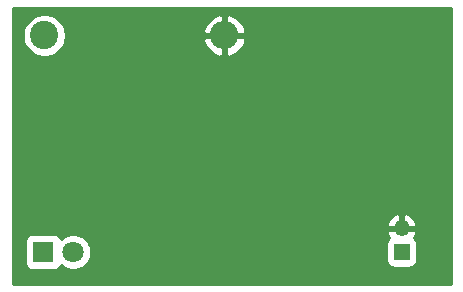
<source format=gbr>
%TF.GenerationSoftware,KiCad,Pcbnew,(5.1.6)-1*%
%TF.CreationDate,2022-01-09T20:52:29+09:00*%
%TF.ProjectId,kicad_exam01,6b696361-645f-4657-9861-6d30312e6b69,rev?*%
%TF.SameCoordinates,Original*%
%TF.FileFunction,Copper,L2,Bot*%
%TF.FilePolarity,Positive*%
%FSLAX46Y46*%
G04 Gerber Fmt 4.6, Leading zero omitted, Abs format (unit mm)*
G04 Created by KiCad (PCBNEW (5.1.6)-1) date 2022-01-09 20:52:29*
%MOMM*%
%LPD*%
G01*
G04 APERTURE LIST*
%TA.AperFunction,ComponentPad*%
%ADD10R,1.800000X1.800000*%
%TD*%
%TA.AperFunction,ComponentPad*%
%ADD11C,1.800000*%
%TD*%
%TA.AperFunction,ComponentPad*%
%ADD12R,1.350000X1.350000*%
%TD*%
%TA.AperFunction,ComponentPad*%
%ADD13O,1.350000X1.350000*%
%TD*%
%TA.AperFunction,ComponentPad*%
%ADD14C,2.400000*%
%TD*%
%TA.AperFunction,ComponentPad*%
%ADD15O,2.400000X2.400000*%
%TD*%
%TA.AperFunction,Conductor*%
%ADD16C,0.250000*%
%TD*%
%TA.AperFunction,Conductor*%
%ADD17C,0.254000*%
%TD*%
G04 APERTURE END LIST*
D10*
%TO.P,D1,1*%
%TO.N,Net-(D1-Pad1)*%
X121234200Y-115138200D03*
D11*
%TO.P,D1,2*%
%TO.N,+5V*%
X123774200Y-115138200D03*
%TD*%
D12*
%TO.P,J1,1*%
%TO.N,+5V*%
X151587200Y-115138200D03*
D13*
%TO.P,J1,2*%
%TO.N,GND*%
X151587200Y-113138200D03*
%TD*%
D14*
%TO.P,R1,1*%
%TO.N,Net-(D1-Pad1)*%
X121335800Y-96799400D03*
D15*
%TO.P,R1,2*%
%TO.N,GND*%
X136575800Y-96799400D03*
%TD*%
D16*
%TO.N,GND*%
X151587200Y-113138200D02*
X151587200Y-107188000D01*
X151587200Y-107188000D02*
X141300200Y-96901000D01*
X136677400Y-96901000D02*
X136575800Y-96799400D01*
X141300200Y-96901000D02*
X136677400Y-96901000D01*
%TD*%
D17*
%TO.N,GND*%
G36*
X155752800Y-117805200D02*
G01*
X118643400Y-117805200D01*
X118643400Y-114238200D01*
X119696128Y-114238200D01*
X119696128Y-116038200D01*
X119708388Y-116162682D01*
X119744698Y-116282380D01*
X119803663Y-116392694D01*
X119883015Y-116489385D01*
X119979706Y-116568737D01*
X120090020Y-116627702D01*
X120209718Y-116664012D01*
X120334200Y-116676272D01*
X122134200Y-116676272D01*
X122258682Y-116664012D01*
X122378380Y-116627702D01*
X122488694Y-116568737D01*
X122585385Y-116489385D01*
X122664737Y-116392694D01*
X122723702Y-116282380D01*
X122729256Y-116264073D01*
X122795695Y-116330512D01*
X123047105Y-116498499D01*
X123326457Y-116614211D01*
X123623016Y-116673200D01*
X123925384Y-116673200D01*
X124221943Y-116614211D01*
X124501295Y-116498499D01*
X124752705Y-116330512D01*
X124966512Y-116116705D01*
X125134499Y-115865295D01*
X125250211Y-115585943D01*
X125309200Y-115289384D01*
X125309200Y-114987016D01*
X125250211Y-114690457D01*
X125156078Y-114463200D01*
X150274128Y-114463200D01*
X150274128Y-115813200D01*
X150286388Y-115937682D01*
X150322698Y-116057380D01*
X150381663Y-116167694D01*
X150461015Y-116264385D01*
X150557706Y-116343737D01*
X150668020Y-116402702D01*
X150787718Y-116439012D01*
X150912200Y-116451272D01*
X152262200Y-116451272D01*
X152386682Y-116439012D01*
X152506380Y-116402702D01*
X152616694Y-116343737D01*
X152713385Y-116264385D01*
X152792737Y-116167694D01*
X152851702Y-116057380D01*
X152888012Y-115937682D01*
X152900272Y-115813200D01*
X152900272Y-114463200D01*
X152888012Y-114338718D01*
X152851702Y-114219020D01*
X152792737Y-114108706D01*
X152713385Y-114012015D01*
X152619641Y-113935081D01*
X152716673Y-113801829D01*
X152824438Y-113568728D01*
X152855110Y-113467600D01*
X152731424Y-113265200D01*
X151714200Y-113265200D01*
X151714200Y-113285200D01*
X151460200Y-113285200D01*
X151460200Y-113265200D01*
X150442976Y-113265200D01*
X150319290Y-113467600D01*
X150349962Y-113568728D01*
X150457727Y-113801829D01*
X150554759Y-113935081D01*
X150461015Y-114012015D01*
X150381663Y-114108706D01*
X150322698Y-114219020D01*
X150286388Y-114338718D01*
X150274128Y-114463200D01*
X125156078Y-114463200D01*
X125134499Y-114411105D01*
X124966512Y-114159695D01*
X124752705Y-113945888D01*
X124501295Y-113777901D01*
X124221943Y-113662189D01*
X123925384Y-113603200D01*
X123623016Y-113603200D01*
X123326457Y-113662189D01*
X123047105Y-113777901D01*
X122795695Y-113945888D01*
X122729256Y-114012327D01*
X122723702Y-113994020D01*
X122664737Y-113883706D01*
X122585385Y-113787015D01*
X122488694Y-113707663D01*
X122378380Y-113648698D01*
X122258682Y-113612388D01*
X122134200Y-113600128D01*
X120334200Y-113600128D01*
X120209718Y-113612388D01*
X120090020Y-113648698D01*
X119979706Y-113707663D01*
X119883015Y-113787015D01*
X119803663Y-113883706D01*
X119744698Y-113994020D01*
X119708388Y-114113718D01*
X119696128Y-114238200D01*
X118643400Y-114238200D01*
X118643400Y-112808800D01*
X150319290Y-112808800D01*
X150442976Y-113011200D01*
X151460200Y-113011200D01*
X151460200Y-111993115D01*
X151714200Y-111993115D01*
X151714200Y-113011200D01*
X152731424Y-113011200D01*
X152855110Y-112808800D01*
X152824438Y-112707672D01*
X152716673Y-112474571D01*
X152565503Y-112266973D01*
X152376737Y-112092856D01*
X152157630Y-111958911D01*
X151916601Y-111870285D01*
X151714200Y-111993115D01*
X151460200Y-111993115D01*
X151257799Y-111870285D01*
X151016770Y-111958911D01*
X150797663Y-112092856D01*
X150608897Y-112266973D01*
X150457727Y-112474571D01*
X150349962Y-112707672D01*
X150319290Y-112808800D01*
X118643400Y-112808800D01*
X118643400Y-96618668D01*
X119500800Y-96618668D01*
X119500800Y-96980132D01*
X119571318Y-97334650D01*
X119709644Y-97668599D01*
X119910462Y-97969144D01*
X120166056Y-98224738D01*
X120466601Y-98425556D01*
X120800550Y-98563882D01*
X121155068Y-98634400D01*
X121516532Y-98634400D01*
X121871050Y-98563882D01*
X122204999Y-98425556D01*
X122505544Y-98224738D01*
X122761138Y-97969144D01*
X122961956Y-97668599D01*
X123100282Y-97334650D01*
X123124836Y-97211205D01*
X134787605Y-97211205D01*
X134860179Y-97450466D01*
X135020161Y-97772657D01*
X135239925Y-98057446D01*
X135511026Y-98293889D01*
X135823046Y-98472900D01*
X136163994Y-98587599D01*
X136448800Y-98471254D01*
X136448800Y-96926400D01*
X136702800Y-96926400D01*
X136702800Y-98471254D01*
X136987606Y-98587599D01*
X137328554Y-98472900D01*
X137640574Y-98293889D01*
X137911675Y-98057446D01*
X138131439Y-97772657D01*
X138291421Y-97450466D01*
X138363995Y-97211205D01*
X138247232Y-96926400D01*
X136702800Y-96926400D01*
X136448800Y-96926400D01*
X134904368Y-96926400D01*
X134787605Y-97211205D01*
X123124836Y-97211205D01*
X123170800Y-96980132D01*
X123170800Y-96618668D01*
X123124837Y-96387595D01*
X134787605Y-96387595D01*
X134904368Y-96672400D01*
X136448800Y-96672400D01*
X136448800Y-95127546D01*
X136702800Y-95127546D01*
X136702800Y-96672400D01*
X138247232Y-96672400D01*
X138363995Y-96387595D01*
X138291421Y-96148334D01*
X138131439Y-95826143D01*
X137911675Y-95541354D01*
X137640574Y-95304911D01*
X137328554Y-95125900D01*
X136987606Y-95011201D01*
X136702800Y-95127546D01*
X136448800Y-95127546D01*
X136163994Y-95011201D01*
X135823046Y-95125900D01*
X135511026Y-95304911D01*
X135239925Y-95541354D01*
X135020161Y-95826143D01*
X134860179Y-96148334D01*
X134787605Y-96387595D01*
X123124837Y-96387595D01*
X123100282Y-96264150D01*
X122961956Y-95930201D01*
X122761138Y-95629656D01*
X122505544Y-95374062D01*
X122204999Y-95173244D01*
X121871050Y-95034918D01*
X121516532Y-94964400D01*
X121155068Y-94964400D01*
X120800550Y-95034918D01*
X120466601Y-95173244D01*
X120166056Y-95374062D01*
X119910462Y-95629656D01*
X119709644Y-95930201D01*
X119571318Y-96264150D01*
X119500800Y-96618668D01*
X118643400Y-96618668D01*
X118643400Y-94462600D01*
X155752800Y-94462600D01*
X155752800Y-117805200D01*
G37*
X155752800Y-117805200D02*
X118643400Y-117805200D01*
X118643400Y-114238200D01*
X119696128Y-114238200D01*
X119696128Y-116038200D01*
X119708388Y-116162682D01*
X119744698Y-116282380D01*
X119803663Y-116392694D01*
X119883015Y-116489385D01*
X119979706Y-116568737D01*
X120090020Y-116627702D01*
X120209718Y-116664012D01*
X120334200Y-116676272D01*
X122134200Y-116676272D01*
X122258682Y-116664012D01*
X122378380Y-116627702D01*
X122488694Y-116568737D01*
X122585385Y-116489385D01*
X122664737Y-116392694D01*
X122723702Y-116282380D01*
X122729256Y-116264073D01*
X122795695Y-116330512D01*
X123047105Y-116498499D01*
X123326457Y-116614211D01*
X123623016Y-116673200D01*
X123925384Y-116673200D01*
X124221943Y-116614211D01*
X124501295Y-116498499D01*
X124752705Y-116330512D01*
X124966512Y-116116705D01*
X125134499Y-115865295D01*
X125250211Y-115585943D01*
X125309200Y-115289384D01*
X125309200Y-114987016D01*
X125250211Y-114690457D01*
X125156078Y-114463200D01*
X150274128Y-114463200D01*
X150274128Y-115813200D01*
X150286388Y-115937682D01*
X150322698Y-116057380D01*
X150381663Y-116167694D01*
X150461015Y-116264385D01*
X150557706Y-116343737D01*
X150668020Y-116402702D01*
X150787718Y-116439012D01*
X150912200Y-116451272D01*
X152262200Y-116451272D01*
X152386682Y-116439012D01*
X152506380Y-116402702D01*
X152616694Y-116343737D01*
X152713385Y-116264385D01*
X152792737Y-116167694D01*
X152851702Y-116057380D01*
X152888012Y-115937682D01*
X152900272Y-115813200D01*
X152900272Y-114463200D01*
X152888012Y-114338718D01*
X152851702Y-114219020D01*
X152792737Y-114108706D01*
X152713385Y-114012015D01*
X152619641Y-113935081D01*
X152716673Y-113801829D01*
X152824438Y-113568728D01*
X152855110Y-113467600D01*
X152731424Y-113265200D01*
X151714200Y-113265200D01*
X151714200Y-113285200D01*
X151460200Y-113285200D01*
X151460200Y-113265200D01*
X150442976Y-113265200D01*
X150319290Y-113467600D01*
X150349962Y-113568728D01*
X150457727Y-113801829D01*
X150554759Y-113935081D01*
X150461015Y-114012015D01*
X150381663Y-114108706D01*
X150322698Y-114219020D01*
X150286388Y-114338718D01*
X150274128Y-114463200D01*
X125156078Y-114463200D01*
X125134499Y-114411105D01*
X124966512Y-114159695D01*
X124752705Y-113945888D01*
X124501295Y-113777901D01*
X124221943Y-113662189D01*
X123925384Y-113603200D01*
X123623016Y-113603200D01*
X123326457Y-113662189D01*
X123047105Y-113777901D01*
X122795695Y-113945888D01*
X122729256Y-114012327D01*
X122723702Y-113994020D01*
X122664737Y-113883706D01*
X122585385Y-113787015D01*
X122488694Y-113707663D01*
X122378380Y-113648698D01*
X122258682Y-113612388D01*
X122134200Y-113600128D01*
X120334200Y-113600128D01*
X120209718Y-113612388D01*
X120090020Y-113648698D01*
X119979706Y-113707663D01*
X119883015Y-113787015D01*
X119803663Y-113883706D01*
X119744698Y-113994020D01*
X119708388Y-114113718D01*
X119696128Y-114238200D01*
X118643400Y-114238200D01*
X118643400Y-112808800D01*
X150319290Y-112808800D01*
X150442976Y-113011200D01*
X151460200Y-113011200D01*
X151460200Y-111993115D01*
X151714200Y-111993115D01*
X151714200Y-113011200D01*
X152731424Y-113011200D01*
X152855110Y-112808800D01*
X152824438Y-112707672D01*
X152716673Y-112474571D01*
X152565503Y-112266973D01*
X152376737Y-112092856D01*
X152157630Y-111958911D01*
X151916601Y-111870285D01*
X151714200Y-111993115D01*
X151460200Y-111993115D01*
X151257799Y-111870285D01*
X151016770Y-111958911D01*
X150797663Y-112092856D01*
X150608897Y-112266973D01*
X150457727Y-112474571D01*
X150349962Y-112707672D01*
X150319290Y-112808800D01*
X118643400Y-112808800D01*
X118643400Y-96618668D01*
X119500800Y-96618668D01*
X119500800Y-96980132D01*
X119571318Y-97334650D01*
X119709644Y-97668599D01*
X119910462Y-97969144D01*
X120166056Y-98224738D01*
X120466601Y-98425556D01*
X120800550Y-98563882D01*
X121155068Y-98634400D01*
X121516532Y-98634400D01*
X121871050Y-98563882D01*
X122204999Y-98425556D01*
X122505544Y-98224738D01*
X122761138Y-97969144D01*
X122961956Y-97668599D01*
X123100282Y-97334650D01*
X123124836Y-97211205D01*
X134787605Y-97211205D01*
X134860179Y-97450466D01*
X135020161Y-97772657D01*
X135239925Y-98057446D01*
X135511026Y-98293889D01*
X135823046Y-98472900D01*
X136163994Y-98587599D01*
X136448800Y-98471254D01*
X136448800Y-96926400D01*
X136702800Y-96926400D01*
X136702800Y-98471254D01*
X136987606Y-98587599D01*
X137328554Y-98472900D01*
X137640574Y-98293889D01*
X137911675Y-98057446D01*
X138131439Y-97772657D01*
X138291421Y-97450466D01*
X138363995Y-97211205D01*
X138247232Y-96926400D01*
X136702800Y-96926400D01*
X136448800Y-96926400D01*
X134904368Y-96926400D01*
X134787605Y-97211205D01*
X123124836Y-97211205D01*
X123170800Y-96980132D01*
X123170800Y-96618668D01*
X123124837Y-96387595D01*
X134787605Y-96387595D01*
X134904368Y-96672400D01*
X136448800Y-96672400D01*
X136448800Y-95127546D01*
X136702800Y-95127546D01*
X136702800Y-96672400D01*
X138247232Y-96672400D01*
X138363995Y-96387595D01*
X138291421Y-96148334D01*
X138131439Y-95826143D01*
X137911675Y-95541354D01*
X137640574Y-95304911D01*
X137328554Y-95125900D01*
X136987606Y-95011201D01*
X136702800Y-95127546D01*
X136448800Y-95127546D01*
X136163994Y-95011201D01*
X135823046Y-95125900D01*
X135511026Y-95304911D01*
X135239925Y-95541354D01*
X135020161Y-95826143D01*
X134860179Y-96148334D01*
X134787605Y-96387595D01*
X123124837Y-96387595D01*
X123100282Y-96264150D01*
X122961956Y-95930201D01*
X122761138Y-95629656D01*
X122505544Y-95374062D01*
X122204999Y-95173244D01*
X121871050Y-95034918D01*
X121516532Y-94964400D01*
X121155068Y-94964400D01*
X120800550Y-95034918D01*
X120466601Y-95173244D01*
X120166056Y-95374062D01*
X119910462Y-95629656D01*
X119709644Y-95930201D01*
X119571318Y-96264150D01*
X119500800Y-96618668D01*
X118643400Y-96618668D01*
X118643400Y-94462600D01*
X155752800Y-94462600D01*
X155752800Y-117805200D01*
%TD*%
M02*

</source>
